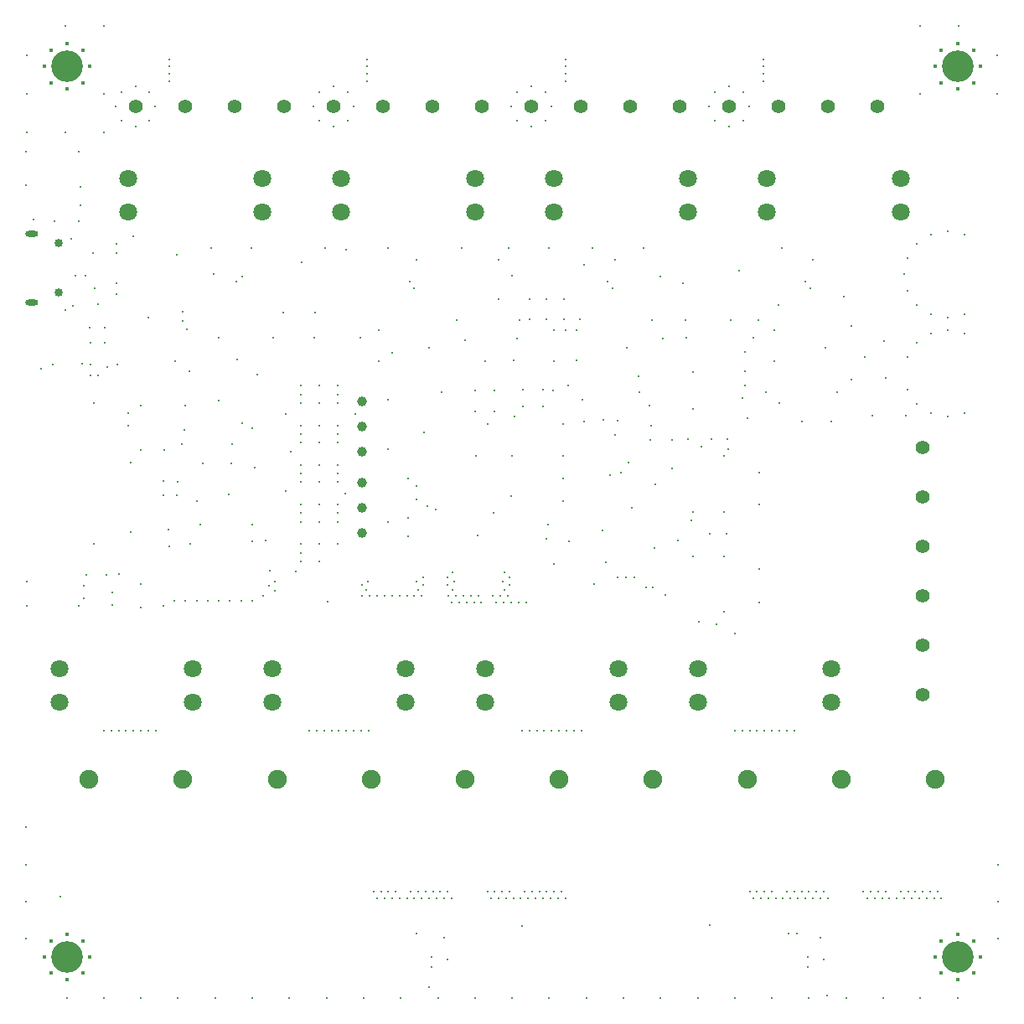
<source format=gbr>
%TF.GenerationSoftware,Altium Limited,Altium Designer,25.8.1 (18)*%
G04 Layer_Color=0*
%FSLAX45Y45*%
%MOMM*%
%TF.SameCoordinates,5F8AD7AF-A6C7-491F-921A-1EE88451CE46*%
%TF.FilePolarity,Positive*%
%TF.FileFunction,Plated,1,4,PTH,Drill*%
%TF.Part,Single*%
G01*
G75*
%TA.AperFunction,ComponentDrill*%
%ADD113C,1.90000*%
%ADD114C,1.80000*%
%ADD115C,1.00000*%
%ADD116C,1.40000*%
%ADD117C,1.40000*%
%ADD118C,0.85000*%
%ADD119O,1.30000X0.60000*%
%ADD120C,0.40000*%
%ADD121C,0.40000*%
%ADD122C,0.40000*%
%ADD123C,0.40000*%
%ADD124C,3.20000*%
%TA.AperFunction,ViaDrill,NotFilled*%
%ADD125C,0.30000*%
D113*
X725180Y2300000D02*
D03*
X2625100D02*
D03*
X1675140D02*
D03*
X3575060D02*
D03*
X5474980D02*
D03*
X6424940D02*
D03*
X8324860D02*
D03*
X4525020D02*
D03*
X7374900D02*
D03*
X9274820D02*
D03*
D114*
X3925000Y3420000D02*
D03*
Y3080000D02*
D03*
X2575000Y3420000D02*
D03*
Y3080000D02*
D03*
X4725000Y3420000D02*
D03*
Y3080000D02*
D03*
X6875000Y3420000D02*
D03*
Y3080000D02*
D03*
X425000Y3420000D02*
D03*
Y3080000D02*
D03*
X7575000Y8030000D02*
D03*
Y8370000D02*
D03*
X3275000Y8030000D02*
D03*
Y8370000D02*
D03*
X5425000Y8030000D02*
D03*
Y8370000D02*
D03*
X1125000D02*
D03*
Y8030000D02*
D03*
X1774999Y3080000D02*
D03*
Y3420000D02*
D03*
X6075000Y3080000D02*
D03*
Y3420000D02*
D03*
X8225000Y3080000D02*
D03*
Y3420000D02*
D03*
X2475000Y8370000D02*
D03*
Y8030000D02*
D03*
X6775000Y8370000D02*
D03*
Y8030000D02*
D03*
X4625000Y8370000D02*
D03*
Y8030000D02*
D03*
X8925000Y8370000D02*
D03*
Y8030000D02*
D03*
D115*
X3487500Y6116500D02*
D03*
Y5291500D02*
D03*
Y4783500D02*
D03*
Y5037500D02*
D03*
Y5608500D02*
D03*
Y5862500D02*
D03*
D116*
X9150000Y5150000D02*
D03*
Y5650000D02*
D03*
Y4150000D02*
D03*
Y4650000D02*
D03*
Y3150000D02*
D03*
Y3650000D02*
D03*
D117*
X5694000Y9098000D02*
D03*
X7194000D02*
D03*
X5194000D02*
D03*
X3194000D02*
D03*
X1194000D02*
D03*
X4194000D02*
D03*
X4694000D02*
D03*
X2194000D02*
D03*
X2694000D02*
D03*
X6194000D02*
D03*
X6694000D02*
D03*
X3694000D02*
D03*
X8694000D02*
D03*
X8194000D02*
D03*
X7694000D02*
D03*
X1694000D02*
D03*
D118*
X419999Y7713991D02*
D03*
Y7213991D02*
D03*
D119*
X149999Y7813991D02*
D03*
Y7113991D02*
D03*
D120*
X500000Y728600D02*
D03*
Y271400D02*
D03*
Y9728600D02*
D03*
Y9271400D02*
D03*
X9500000Y728600D02*
D03*
Y271400D02*
D03*
Y9728600D02*
D03*
Y9271400D02*
D03*
D121*
X338355Y661645D02*
D03*
X661645Y338355D02*
D03*
X338355Y9661644D02*
D03*
X661645Y9338355D02*
D03*
X9338355Y661645D02*
D03*
X9661644Y338355D02*
D03*
X9338355Y9661644D02*
D03*
X9661644Y9338355D02*
D03*
D122*
X271400Y500000D02*
D03*
X728600D02*
D03*
X271400Y9500000D02*
D03*
X728600D02*
D03*
X9271400Y500000D02*
D03*
X9728600D02*
D03*
X9271400Y9500000D02*
D03*
X9728600D02*
D03*
D123*
X338355Y338355D02*
D03*
X661645Y661645D02*
D03*
X338355Y9338355D02*
D03*
X661645Y9661644D02*
D03*
X9338355Y338355D02*
D03*
X9661644Y661645D02*
D03*
X9338355Y9338355D02*
D03*
X9661644Y9661644D02*
D03*
D124*
X500000Y500000D02*
D03*
Y9500000D02*
D03*
X9500000Y500000D02*
D03*
Y9500000D02*
D03*
D125*
X8181250Y112500D02*
D03*
X875000Y87500D02*
D03*
X2000000D02*
D03*
X1250000D02*
D03*
X1625000D02*
D03*
X3125000D02*
D03*
X2375000D02*
D03*
X2750000D02*
D03*
X437500Y1112500D02*
D03*
X1700000Y4100000D02*
D03*
X5100000Y812500D02*
D03*
X1925000Y4100000D02*
D03*
X4162500Y200000D02*
D03*
X2375001Y4100000D02*
D03*
X7000000Y825000D02*
D03*
X2150000Y4100000D02*
D03*
X4840000Y4087500D02*
D03*
X4990000D02*
D03*
X5065000D02*
D03*
X4915000D02*
D03*
X5140000D02*
D03*
X4390000D02*
D03*
X4540000D02*
D03*
X4615000D02*
D03*
X4465000D02*
D03*
X4690000D02*
D03*
X1012500Y6487500D02*
D03*
X1668750Y7025000D02*
D03*
X5650000Y6531250D02*
D03*
X6062500Y5925000D02*
D03*
X1324999Y6962500D02*
D03*
X1024999Y4375000D02*
D03*
X5687500Y6950000D02*
D03*
X5525000Y7150000D02*
D03*
Y6950000D02*
D03*
X5350000Y7150000D02*
D03*
Y6950000D02*
D03*
X5175000Y7150000D02*
D03*
Y6950000D02*
D03*
X5312500Y6237500D02*
D03*
X5112500D02*
D03*
X5312500Y6062500D02*
D03*
X5112500D02*
D03*
X4625000Y6012500D02*
D03*
X4825000D02*
D03*
Y6225000D02*
D03*
X4625000D02*
D03*
X7925000Y5912500D02*
D03*
X8225000D02*
D03*
X6387500Y6075000D02*
D03*
X6400000Y5725000D02*
D03*
X6406414Y5870661D02*
D03*
X6612500Y5437500D02*
D03*
X6100000Y5400000D02*
D03*
X7350000Y6425000D02*
D03*
X6175000Y5500000D02*
D03*
X7350000Y6275000D02*
D03*
X6825000Y6412500D02*
D03*
Y4550000D02*
D03*
X1125000Y6000000D02*
D03*
Y5875000D02*
D03*
X6825000Y5000000D02*
D03*
X6912500Y5662500D02*
D03*
X2375000Y5850000D02*
D03*
X6812500Y4912500D02*
D03*
X1250000Y5625000D02*
D03*
X6825000Y6037500D02*
D03*
X7325000Y6150000D02*
D03*
X6775000Y5737500D02*
D03*
X7175000D02*
D03*
X3137500Y4093750D02*
D03*
X2818750Y4400000D02*
D03*
X2487500Y4156250D02*
D03*
X4970000Y4337500D02*
D03*
X4920000Y4387500D02*
D03*
X4970000Y4262500D02*
D03*
X4907500Y4300000D02*
D03*
X4920000Y4212500D02*
D03*
X4957500Y4150000D02*
D03*
X4882500D02*
D03*
X4807500D02*
D03*
X4657500D02*
D03*
X4400000Y4387500D02*
D03*
Y4212500D02*
D03*
X4350000Y4262500D02*
D03*
X4432500Y4150000D02*
D03*
X4582500D02*
D03*
X4507500D02*
D03*
X4412500Y4300000D02*
D03*
X4350000Y4337500D02*
D03*
X4357500Y4150000D02*
D03*
X5499998Y1162500D02*
D03*
X5424999D02*
D03*
X5349999D02*
D03*
X4349998D02*
D03*
X4274999D02*
D03*
X4199999D02*
D03*
X8150041Y1162474D02*
D03*
X8075041D02*
D03*
X8000041D02*
D03*
X9300041D02*
D03*
X9225041D02*
D03*
X9150041D02*
D03*
X8550043D02*
D03*
X8587542Y1099974D02*
D03*
X8625042Y1162474D02*
D03*
X8700042D02*
D03*
X8662542Y1099974D02*
D03*
X8775042Y1162474D02*
D03*
X8737542Y1099974D02*
D03*
X8962542D02*
D03*
X9000042Y1162474D02*
D03*
X8887542Y1099974D02*
D03*
X8925042Y1162474D02*
D03*
X8812542Y1099974D02*
D03*
X9187541D02*
D03*
X9112541D02*
D03*
X9075042Y1162474D02*
D03*
X9037541Y1099974D02*
D03*
X9262541D02*
D03*
X9337541D02*
D03*
X7400043Y1162474D02*
D03*
X7437542Y1099974D02*
D03*
X7475042Y1162474D02*
D03*
X7550042D02*
D03*
X7512542Y1099974D02*
D03*
X7625042Y1162474D02*
D03*
X7587542Y1099974D02*
D03*
X7812542D02*
D03*
X7850042Y1162474D02*
D03*
X7737542Y1099974D02*
D03*
X7775042Y1162474D02*
D03*
X7662542Y1099974D02*
D03*
X8037541D02*
D03*
X7962541D02*
D03*
X7925042Y1162474D02*
D03*
X7887542Y1099974D02*
D03*
X8112541D02*
D03*
X8187541D02*
D03*
X4750000Y1162500D02*
D03*
X4787500Y1100000D02*
D03*
X4825000Y1162500D02*
D03*
X4900000D02*
D03*
X4862500Y1100000D02*
D03*
X4974999Y1162500D02*
D03*
X4937499Y1100000D02*
D03*
X5162499D02*
D03*
X5199999Y1162500D02*
D03*
X5087499Y1100000D02*
D03*
X5124999Y1162500D02*
D03*
X5012499Y1100000D02*
D03*
X5387498D02*
D03*
X5312499D02*
D03*
X5274999Y1162500D02*
D03*
X5237499Y1100000D02*
D03*
X5462498D02*
D03*
X5537498D02*
D03*
X4387498D02*
D03*
X4312498D02*
D03*
X4087499D02*
D03*
X4124999Y1162500D02*
D03*
X4162499Y1100000D02*
D03*
X4237499D02*
D03*
X3862499D02*
D03*
X3974999Y1162500D02*
D03*
X3937499Y1100000D02*
D03*
X4049999Y1162500D02*
D03*
X4012499Y1100000D02*
D03*
X3787499D02*
D03*
X3824999Y1162500D02*
D03*
X3712500Y1100000D02*
D03*
X3750000Y1162500D02*
D03*
X3675000D02*
D03*
X3637500Y1100000D02*
D03*
X3237500Y4675000D02*
D03*
X2862500Y4500000D02*
D03*
Y4675000D02*
D03*
X2862500Y4587500D02*
D03*
X3049999Y4499999D02*
D03*
Y4674999D02*
D03*
X8562500Y6562500D02*
D03*
X8775000Y6350000D02*
D03*
X8762500Y6725000D02*
D03*
X7881250Y737500D02*
D03*
X7793750D02*
D03*
X2550000Y4406250D02*
D03*
X1812500Y4100000D02*
D03*
X5825000Y4275000D02*
D03*
X2543750Y4256250D02*
D03*
X2712500Y5212500D02*
D03*
X4037500Y5262500D02*
D03*
X2507500Y4712500D02*
D03*
X4650000Y4762500D02*
D03*
X3950000Y4756250D02*
D03*
X2375000Y4700000D02*
D03*
X1525000Y4825000D02*
D03*
X1750000Y4675000D02*
D03*
X1537500Y4650000D02*
D03*
X7137500Y4550000D02*
D03*
X7162500Y4775000D02*
D03*
X5950000Y4487500D02*
D03*
X5575000Y4706250D02*
D03*
X5350000Y4725000D02*
D03*
X6237500Y4337500D02*
D03*
X6212500Y5037500D02*
D03*
X5362500Y4875000D02*
D03*
X6887500Y3887500D02*
D03*
X7350000Y6612500D02*
D03*
X8995803Y6567424D02*
D03*
X7650000Y6837500D02*
D03*
X5650000D02*
D03*
X3650000D02*
D03*
X2687500Y7012500D02*
D03*
X5537500Y6837500D02*
D03*
X5425000D02*
D03*
X8117543Y698724D02*
D03*
X4317500Y698750D02*
D03*
X4037500Y737500D02*
D03*
X9400000Y6962500D02*
D03*
X9090641Y7090641D02*
D03*
X8962500Y7400000D02*
D03*
X9090641Y7709359D02*
D03*
X9400000Y7837500D02*
D03*
X9232576Y7804197D02*
D03*
X9567424D02*
D03*
Y6995803D02*
D03*
X9232576D02*
D03*
X8995803Y7232576D02*
D03*
Y7567424D02*
D03*
X4112500Y5800000D02*
D03*
X2600000Y4300000D02*
D03*
Y4200000D02*
D03*
X900000Y4362500D02*
D03*
X962500Y4187500D02*
D03*
Y4062500D02*
D03*
X5000000Y87500D02*
D03*
X4625000D02*
D03*
X5375000D02*
D03*
X3875000D02*
D03*
X3500000D02*
D03*
X4250000D02*
D03*
X9912500Y1437500D02*
D03*
Y1062500D02*
D03*
Y687500D02*
D03*
X9125000Y87500D02*
D03*
X9500000D02*
D03*
X8750000D02*
D03*
X6992000Y9098000D02*
D03*
X7396000Y9098000D02*
D03*
X7194000Y8896000D02*
D03*
X7194000Y9300000D02*
D03*
X7051165Y9240836D02*
D03*
X7336836Y9240835D02*
D03*
X7336835Y8955164D02*
D03*
X7051164Y8955165D02*
D03*
X4992000Y9098000D02*
D03*
X5396000Y9098000D02*
D03*
X5194000Y8896000D02*
D03*
X5194000Y9300000D02*
D03*
X5051165Y9240836D02*
D03*
X5336836Y9240835D02*
D03*
X5336835Y8955164D02*
D03*
X5051164Y8955165D02*
D03*
X2992000Y9098000D02*
D03*
X3396000Y9098000D02*
D03*
X3194000Y8896000D02*
D03*
X3194000Y9300000D02*
D03*
X3051165Y9240836D02*
D03*
X3336836Y9240835D02*
D03*
X3336835Y8955164D02*
D03*
X3051164Y8955165D02*
D03*
X1051164D02*
D03*
X1336835Y8955164D02*
D03*
X1336835Y9240835D02*
D03*
X1051164Y9240836D02*
D03*
X1194000Y9300000D02*
D03*
X1193999Y8896000D02*
D03*
X1395999Y9098000D02*
D03*
X992000Y9098000D02*
D03*
X546269Y7762352D02*
D03*
X9900000Y9225000D02*
D03*
Y9612500D02*
D03*
X9512500Y9912500D02*
D03*
X9125000D02*
D03*
Y9225000D02*
D03*
X7537501Y9575000D02*
D03*
Y9500000D02*
D03*
Y9425000D02*
D03*
Y9350000D02*
D03*
X5537500Y9575000D02*
D03*
Y9500000D02*
D03*
Y9425000D02*
D03*
Y9350000D02*
D03*
X3537500Y9575000D02*
D03*
Y9500000D02*
D03*
Y9425000D02*
D03*
Y9350000D02*
D03*
X1537500D02*
D03*
Y9425000D02*
D03*
Y9500000D02*
D03*
Y9575000D02*
D03*
X875000Y9225000D02*
D03*
Y9912500D02*
D03*
X487500D02*
D03*
X100000Y9612500D02*
D03*
Y9225000D02*
D03*
X875000Y8837500D02*
D03*
X487500D02*
D03*
X100000D02*
D03*
X1250000Y4037500D02*
D03*
X7000000Y4775000D02*
D03*
X8637500Y5968750D02*
D03*
X6043750Y5781250D02*
D03*
X8975000Y5968750D02*
D03*
X4862500Y7150000D02*
D03*
X4012460Y7262545D02*
D03*
X2212450Y7325025D02*
D03*
X3962459Y7325045D02*
D03*
X2274950Y7375025D02*
D03*
X2874951Y7525025D02*
D03*
X4862500Y7550000D02*
D03*
X4037460Y7550044D02*
D03*
X1987451Y7400025D02*
D03*
X6037500Y7549999D02*
D03*
X8037500Y7550000D02*
D03*
X7700000Y6100000D02*
D03*
X8375000Y87500D02*
D03*
X7625000D02*
D03*
X8000000D02*
D03*
X6875000D02*
D03*
X7250000D02*
D03*
X6125000D02*
D03*
X6500000D02*
D03*
X5750000D02*
D03*
X500000D02*
D03*
X87500Y687500D02*
D03*
Y1062500D02*
D03*
Y1437500D02*
D03*
Y1812500D02*
D03*
X4525000Y6737500D02*
D03*
X7187500Y5637500D02*
D03*
X7012500Y5737500D02*
D03*
X6612500Y5725000D02*
D03*
X7293750Y7437500D02*
D03*
X6725000Y7312500D02*
D03*
X6500000Y7375000D02*
D03*
X7487500Y6937500D02*
D03*
X6762500Y6762500D02*
D03*
X7437500D02*
D03*
X6525000Y6750000D02*
D03*
X5725000Y5912500D02*
D03*
X5512500Y5887500D02*
D03*
Y5562500D02*
D03*
X7562500Y6212500D02*
D03*
X7375000Y5950000D02*
D03*
X6275000Y6375000D02*
D03*
X6750000Y6937500D02*
D03*
X6450000Y5275000D02*
D03*
X5912500Y4812500D02*
D03*
X5987500Y5375000D02*
D03*
X5512500Y5112500D02*
D03*
Y5337500D02*
D03*
X5918750Y5931250D02*
D03*
X5712500Y6131250D02*
D03*
X5562500Y6275000D02*
D03*
X5412500Y6225000D02*
D03*
X6550000Y4162500D02*
D03*
X4987500Y5162500D02*
D03*
X4812500Y4987500D02*
D03*
X3950000Y4937500D02*
D03*
X2712500Y5987500D02*
D03*
X2762500Y5612500D02*
D03*
X3412500Y5987500D02*
D03*
X3312500Y5187500D02*
D03*
X2137500Y5175000D02*
D03*
X2400000Y5450000D02*
D03*
X1850000Y4875000D02*
D03*
X1812500Y5112500D02*
D03*
X2162500Y5487500D02*
D03*
X1875000D02*
D03*
X2175000Y5687500D02*
D03*
X1662500D02*
D03*
X1687500Y5825000D02*
D03*
X1675000Y6931250D02*
D03*
X5012500Y6531250D02*
D03*
X5025000Y5962500D02*
D03*
X5000000Y5562500D02*
D03*
X4637500D02*
D03*
X4750000Y5887500D02*
D03*
X4731250Y6525000D02*
D03*
X4437500Y6937500D02*
D03*
X5725000Y7500000D02*
D03*
X5000000Y7387500D02*
D03*
X5050000Y6750000D02*
D03*
X5075000Y6937500D02*
D03*
X6412500D02*
D03*
X7212500D02*
D03*
X7687500Y7087500D02*
D03*
X8425000Y6337500D02*
D03*
Y6875000D02*
D03*
X8350000Y7175000D02*
D03*
X7725000Y7662500D02*
D03*
X6325000D02*
D03*
X5812500D02*
D03*
X5375000D02*
D03*
X4962500D02*
D03*
X4487500D02*
D03*
X3750000D02*
D03*
X3112500D02*
D03*
X2362500D02*
D03*
X1962500D02*
D03*
X1612500Y7600000D02*
D03*
X1175000Y7787500D02*
D03*
X3787500Y6606250D02*
D03*
X3744955Y6134065D02*
D03*
X3462500Y6762500D02*
D03*
X3000000D02*
D03*
X2587500D02*
D03*
X2037500D02*
D03*
X1737500Y6425000D02*
D03*
X1593750Y6525000D02*
D03*
X906250Y6462500D02*
D03*
X625000Y7937500D02*
D03*
X87500Y8300000D02*
D03*
X637500Y8287500D02*
D03*
X625000Y8637500D02*
D03*
X87500D02*
D03*
X6437500Y4637500D02*
D03*
X6675000Y4712500D02*
D03*
X7062500Y3862500D02*
D03*
X7500000Y5400000D02*
D03*
Y5075000D02*
D03*
Y4425000D02*
D03*
Y4081250D02*
D03*
X9400000Y5962500D02*
D03*
X9090641Y6090641D02*
D03*
Y6709359D02*
D03*
X9400000Y6837500D02*
D03*
X9232576Y6804197D02*
D03*
X9567424D02*
D03*
Y5995803D02*
D03*
X9232576D02*
D03*
X8995803Y6232576D02*
D03*
X1150000Y4800000D02*
D03*
Y5500000D02*
D03*
X1700000Y6075000D02*
D03*
X1250000D02*
D03*
X2275000Y5900000D02*
D03*
X2375000Y4875000D02*
D03*
X775000Y6100000D02*
D03*
Y4675000D02*
D03*
X1475000Y4050000D02*
D03*
X625000D02*
D03*
X100000Y4300000D02*
D03*
Y4050000D02*
D03*
X7250000Y3775000D02*
D03*
X6425000Y4237500D02*
D03*
X6350000D02*
D03*
X6150000Y4337500D02*
D03*
X6062500D02*
D03*
X5425000Y4475000D02*
D03*
X4225000Y5025000D02*
D03*
X1250000Y4275000D02*
D03*
X236695Y6447498D02*
D03*
X3237500Y5874999D02*
D03*
X2862500Y5873500D02*
D03*
X3049999D02*
D03*
X2862500Y5787500D02*
D03*
X4100000Y4337500D02*
D03*
Y4262500D02*
D03*
X4037500Y4300000D02*
D03*
X4050000Y4212500D02*
D03*
X4087500Y4150000D02*
D03*
X4012500D02*
D03*
X3937500D02*
D03*
X3862500D02*
D03*
X3787500D02*
D03*
X3712500D02*
D03*
X3530000Y4212500D02*
D03*
X3542500Y4300000D02*
D03*
X3637500Y4150000D02*
D03*
X3480000Y4262500D02*
D03*
X3487500Y4150000D02*
D03*
X3562500D02*
D03*
X737498Y6380000D02*
D03*
X817498Y6380000D02*
D03*
X7550000Y2787500D02*
D03*
X7475000D02*
D03*
X7400000D02*
D03*
X7250000D02*
D03*
X7325000D02*
D03*
X7700000D02*
D03*
X7625000D02*
D03*
X7850000D02*
D03*
X7775000D02*
D03*
X5400000D02*
D03*
X5325000D02*
D03*
X5250000D02*
D03*
X5100000D02*
D03*
X5175000D02*
D03*
X5550000D02*
D03*
X5475000D02*
D03*
X5700000D02*
D03*
X5625000D02*
D03*
X3250000D02*
D03*
X3175000D02*
D03*
X3100000D02*
D03*
X2950000D02*
D03*
X3025000D02*
D03*
X3400000D02*
D03*
X3325000D02*
D03*
X3550000D02*
D03*
X3475000D02*
D03*
X1325000D02*
D03*
X1400000D02*
D03*
X1175000D02*
D03*
X1250000D02*
D03*
X875000D02*
D03*
X950000D02*
D03*
X1025000D02*
D03*
X1100000D02*
D03*
X3324950Y7650025D02*
D03*
X3012451Y7012525D02*
D03*
X4287459Y6212545D02*
D03*
X4037500Y5125000D02*
D03*
X4145000Y5062500D02*
D03*
X3950000Y5337500D02*
D03*
X7137500Y5000000D02*
D03*
X2225000Y6537500D02*
D03*
X2424999Y6386000D02*
D03*
X1618185Y5307323D02*
D03*
X1615823Y5165314D02*
D03*
X1473814Y5167676D02*
D03*
X1476176Y5309685D02*
D03*
X1487500Y5625000D02*
D03*
X3237499Y6187499D02*
D03*
X3237500Y6274999D02*
D03*
X2862500Y6187500D02*
D03*
X2862500Y6274999D02*
D03*
X3237500Y5300000D02*
D03*
X2862500D02*
D03*
X2862500Y5387500D02*
D03*
X3237499Y5387499D02*
D03*
X3237500Y5474999D02*
D03*
X3750001Y4900000D02*
D03*
X3750000Y5637500D02*
D03*
X3049999Y6274999D02*
D03*
Y6099999D02*
D03*
X2862500Y6099999D02*
D03*
X3237500D02*
D03*
X2862500Y5474999D02*
D03*
X3049999Y5299999D02*
D03*
Y5474999D02*
D03*
X2862500Y5700000D02*
D03*
X3049999Y5699999D02*
D03*
X3237500Y5700000D02*
D03*
X7137500Y3987500D02*
D03*
Y5562500D02*
D03*
X6287500Y6212500D02*
D03*
X3649959Y6525000D02*
D03*
X5425000D02*
D03*
X762499Y7612500D02*
D03*
X565786Y7086053D02*
D03*
X7962500Y7325001D02*
D03*
X8012500Y7262501D02*
D03*
X8162500Y6662501D02*
D03*
X7650000Y6525000D02*
D03*
X8287500Y6212500D02*
D03*
X6012500Y7262500D02*
D03*
X5962500Y7325000D02*
D03*
X6162500Y6662500D02*
D03*
X4162460Y6662545D02*
D03*
X8150043Y474974D02*
D03*
X7987543Y499974D02*
D03*
Y399974D02*
D03*
X4187500Y500000D02*
D03*
X4350000Y475000D02*
D03*
X4187500Y400000D02*
D03*
X999999Y7612500D02*
D03*
Y7312499D02*
D03*
Y7200000D02*
D03*
X687499Y7387500D02*
D03*
X587724D02*
D03*
X885888Y6862566D02*
D03*
X887499Y6712499D02*
D03*
X735888Y6862023D02*
D03*
X737499Y6712500D02*
D03*
X3600000Y1162500D02*
D03*
X2262500Y4100000D02*
D03*
X2037500Y4100000D02*
D03*
X362499Y6487500D02*
D03*
X1587500Y4100000D02*
D03*
X696302Y4367365D02*
D03*
X675000Y4250000D02*
D03*
Y4125000D02*
D03*
X2037500Y6125000D02*
D03*
X3049999Y5074999D02*
D03*
Y4899999D02*
D03*
X2862500Y4987500D02*
D03*
X2862500Y5075000D02*
D03*
Y4900000D02*
D03*
X3237500Y5075000D02*
D03*
Y4900000D02*
D03*
X3237499Y4987499D02*
D03*
Y5787499D02*
D03*
X999999Y7712500D02*
D03*
X637500Y8100000D02*
D03*
X485000Y7038992D02*
D03*
X1714373Y6847033D02*
D03*
X740391Y6488093D02*
D03*
X659999Y6501492D02*
D03*
X815255Y7096434D02*
D03*
X786467Y7256113D02*
D03*
X162500Y7950000D02*
D03*
X375000Y7937500D02*
D03*
%TF.MD5,86efd86fe1cf6ed48c168face5a2b70a*%
M02*

</source>
